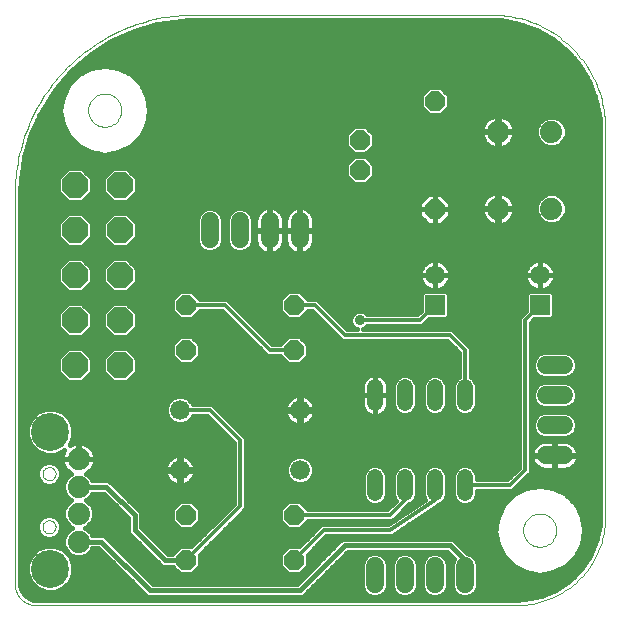
<source format=gbl>
G75*
%MOIN*%
%OFA0B0*%
%FSLAX24Y24*%
%IPPOS*%
%LPD*%
%AMOC8*
5,1,8,0,0,1.08239X$1,22.5*
%
%ADD10C,0.0000*%
%ADD11C,0.0520*%
%ADD12OC8,0.0660*%
%ADD13C,0.0660*%
%ADD14C,0.0650*%
%ADD15R,0.0650X0.0650*%
%ADD16C,0.0740*%
%ADD17C,0.1266*%
%ADD18C,0.0600*%
%ADD19OC8,0.0850*%
%ADD20C,0.0120*%
%ADD21C,0.0160*%
%ADD22C,0.0356*%
D10*
X005967Y000887D02*
X005967Y013875D01*
X008416Y016680D02*
X008418Y016727D01*
X008424Y016773D01*
X008434Y016819D01*
X008447Y016864D01*
X008465Y016907D01*
X008486Y016949D01*
X008510Y016989D01*
X008538Y017026D01*
X008569Y017061D01*
X008603Y017094D01*
X008639Y017123D01*
X008678Y017149D01*
X008719Y017172D01*
X008762Y017191D01*
X008806Y017207D01*
X008851Y017219D01*
X008897Y017227D01*
X008944Y017231D01*
X008990Y017231D01*
X009037Y017227D01*
X009083Y017219D01*
X009128Y017207D01*
X009172Y017191D01*
X009215Y017172D01*
X009256Y017149D01*
X009295Y017123D01*
X009331Y017094D01*
X009365Y017061D01*
X009396Y017026D01*
X009424Y016989D01*
X009448Y016949D01*
X009469Y016907D01*
X009487Y016864D01*
X009500Y016819D01*
X009510Y016773D01*
X009516Y016727D01*
X009518Y016680D01*
X009516Y016633D01*
X009510Y016587D01*
X009500Y016541D01*
X009487Y016496D01*
X009469Y016453D01*
X009448Y016411D01*
X009424Y016371D01*
X009396Y016334D01*
X009365Y016299D01*
X009331Y016266D01*
X009295Y016237D01*
X009256Y016211D01*
X009215Y016188D01*
X009172Y016169D01*
X009128Y016153D01*
X009083Y016141D01*
X009037Y016133D01*
X008990Y016129D01*
X008944Y016129D01*
X008897Y016133D01*
X008851Y016141D01*
X008806Y016153D01*
X008762Y016169D01*
X008719Y016188D01*
X008678Y016211D01*
X008639Y016237D01*
X008603Y016266D01*
X008569Y016299D01*
X008538Y016334D01*
X008510Y016371D01*
X008486Y016411D01*
X008465Y016453D01*
X008447Y016496D01*
X008434Y016541D01*
X008424Y016587D01*
X008418Y016633D01*
X008416Y016680D01*
X005967Y013875D02*
X005969Y014027D01*
X005975Y014178D01*
X005984Y014330D01*
X005998Y014481D01*
X006015Y014632D01*
X006036Y014782D01*
X006061Y014932D01*
X006090Y015081D01*
X006122Y015229D01*
X006158Y015376D01*
X006198Y015523D01*
X006242Y015668D01*
X006289Y015812D01*
X006340Y015955D01*
X006394Y016097D01*
X006452Y016237D01*
X006514Y016376D01*
X006579Y016513D01*
X006648Y016648D01*
X006720Y016782D01*
X006795Y016914D01*
X006874Y017043D01*
X006956Y017171D01*
X007041Y017297D01*
X007129Y017420D01*
X007220Y017542D01*
X007315Y017660D01*
X007412Y017777D01*
X007512Y017891D01*
X007615Y018002D01*
X007721Y018111D01*
X007830Y018217D01*
X007941Y018320D01*
X008055Y018420D01*
X008172Y018517D01*
X008290Y018612D01*
X008412Y018703D01*
X008535Y018791D01*
X008661Y018876D01*
X008789Y018958D01*
X008918Y019037D01*
X009050Y019112D01*
X009184Y019184D01*
X009319Y019253D01*
X009456Y019318D01*
X009595Y019380D01*
X009735Y019438D01*
X009877Y019492D01*
X010020Y019543D01*
X010164Y019590D01*
X010309Y019634D01*
X010456Y019674D01*
X010603Y019710D01*
X010751Y019742D01*
X010900Y019771D01*
X011050Y019796D01*
X011200Y019817D01*
X011351Y019834D01*
X011502Y019848D01*
X011654Y019857D01*
X011805Y019863D01*
X011957Y019865D01*
X021855Y019865D01*
X021977Y019863D01*
X022098Y019857D01*
X022220Y019847D01*
X022341Y019834D01*
X022461Y019816D01*
X022581Y019795D01*
X022700Y019770D01*
X022818Y019741D01*
X022935Y019708D01*
X023051Y019672D01*
X023166Y019631D01*
X023280Y019588D01*
X023392Y019540D01*
X023502Y019489D01*
X023611Y019434D01*
X023718Y019376D01*
X023823Y019315D01*
X023926Y019250D01*
X024027Y019182D01*
X024126Y019111D01*
X024222Y019037D01*
X024316Y018959D01*
X024408Y018879D01*
X024497Y018796D01*
X024583Y018710D01*
X024666Y018621D01*
X024746Y018529D01*
X024824Y018435D01*
X024898Y018339D01*
X024969Y018240D01*
X025037Y018139D01*
X025102Y018036D01*
X025163Y017931D01*
X025221Y017824D01*
X025276Y017715D01*
X025327Y017605D01*
X025375Y017493D01*
X025418Y017379D01*
X025459Y017264D01*
X025495Y017148D01*
X025528Y017031D01*
X025557Y016913D01*
X025582Y016794D01*
X025603Y016674D01*
X025621Y016554D01*
X025634Y016433D01*
X025644Y016311D01*
X025650Y016190D01*
X025652Y016068D01*
X025652Y003142D01*
X022916Y002680D02*
X022918Y002727D01*
X022924Y002773D01*
X022934Y002819D01*
X022947Y002864D01*
X022965Y002907D01*
X022986Y002949D01*
X023010Y002989D01*
X023038Y003026D01*
X023069Y003061D01*
X023103Y003094D01*
X023139Y003123D01*
X023178Y003149D01*
X023219Y003172D01*
X023262Y003191D01*
X023306Y003207D01*
X023351Y003219D01*
X023397Y003227D01*
X023444Y003231D01*
X023490Y003231D01*
X023537Y003227D01*
X023583Y003219D01*
X023628Y003207D01*
X023672Y003191D01*
X023715Y003172D01*
X023756Y003149D01*
X023795Y003123D01*
X023831Y003094D01*
X023865Y003061D01*
X023896Y003026D01*
X023924Y002989D01*
X023948Y002949D01*
X023969Y002907D01*
X023987Y002864D01*
X024000Y002819D01*
X024010Y002773D01*
X024016Y002727D01*
X024018Y002680D01*
X024016Y002633D01*
X024010Y002587D01*
X024000Y002541D01*
X023987Y002496D01*
X023969Y002453D01*
X023948Y002411D01*
X023924Y002371D01*
X023896Y002334D01*
X023865Y002299D01*
X023831Y002266D01*
X023795Y002237D01*
X023756Y002211D01*
X023715Y002188D01*
X023672Y002169D01*
X023628Y002153D01*
X023583Y002141D01*
X023537Y002133D01*
X023490Y002129D01*
X023444Y002129D01*
X023397Y002133D01*
X023351Y002141D01*
X023306Y002153D01*
X023262Y002169D01*
X023219Y002188D01*
X023178Y002211D01*
X023139Y002237D01*
X023103Y002266D01*
X023069Y002299D01*
X023038Y002334D01*
X023010Y002371D01*
X022986Y002411D01*
X022965Y002453D01*
X022947Y002496D01*
X022934Y002541D01*
X022924Y002587D01*
X022918Y002633D01*
X022916Y002680D01*
X022690Y000180D02*
X022798Y000182D01*
X022906Y000188D01*
X023014Y000198D01*
X023121Y000212D01*
X023228Y000229D01*
X023334Y000251D01*
X023439Y000276D01*
X023543Y000306D01*
X023646Y000339D01*
X023748Y000375D01*
X023848Y000416D01*
X023947Y000460D01*
X024044Y000508D01*
X024140Y000559D01*
X024233Y000614D01*
X024324Y000672D01*
X024413Y000733D01*
X024500Y000798D01*
X024585Y000865D01*
X024667Y000936D01*
X024746Y001010D01*
X024822Y001086D01*
X024896Y001165D01*
X024967Y001247D01*
X025034Y001332D01*
X025099Y001419D01*
X025160Y001508D01*
X025218Y001599D01*
X025273Y001692D01*
X025324Y001788D01*
X025372Y001885D01*
X025416Y001984D01*
X025457Y002084D01*
X025493Y002186D01*
X025526Y002289D01*
X025556Y002393D01*
X025581Y002498D01*
X025603Y002604D01*
X025620Y002711D01*
X025634Y002818D01*
X025644Y002926D01*
X025650Y003034D01*
X025652Y003142D01*
X022690Y000180D02*
X006674Y000180D01*
X006624Y000182D01*
X006573Y000187D01*
X006524Y000196D01*
X006475Y000209D01*
X006427Y000225D01*
X006380Y000244D01*
X006335Y000266D01*
X006292Y000292D01*
X006250Y000321D01*
X006211Y000353D01*
X006174Y000387D01*
X006140Y000424D01*
X006108Y000463D01*
X006079Y000505D01*
X006053Y000548D01*
X006031Y000593D01*
X006012Y000640D01*
X005996Y000688D01*
X005983Y000737D01*
X005974Y000786D01*
X005969Y000837D01*
X005967Y000887D01*
X006892Y002794D02*
X006894Y002823D01*
X006900Y002851D01*
X006909Y002879D01*
X006922Y002905D01*
X006939Y002928D01*
X006958Y002950D01*
X006980Y002969D01*
X007005Y002984D01*
X007031Y002997D01*
X007059Y003005D01*
X007087Y003010D01*
X007116Y003011D01*
X007145Y003008D01*
X007173Y003001D01*
X007200Y002991D01*
X007226Y002977D01*
X007249Y002960D01*
X007270Y002940D01*
X007288Y002917D01*
X007303Y002892D01*
X007314Y002865D01*
X007322Y002837D01*
X007326Y002808D01*
X007326Y002780D01*
X007322Y002751D01*
X007314Y002723D01*
X007303Y002696D01*
X007288Y002671D01*
X007270Y002648D01*
X007249Y002628D01*
X007226Y002611D01*
X007200Y002597D01*
X007173Y002587D01*
X007145Y002580D01*
X007116Y002577D01*
X007087Y002578D01*
X007059Y002583D01*
X007031Y002591D01*
X007005Y002604D01*
X006980Y002619D01*
X006958Y002638D01*
X006939Y002660D01*
X006922Y002683D01*
X006909Y002709D01*
X006900Y002737D01*
X006894Y002765D01*
X006892Y002794D01*
X006892Y004566D02*
X006894Y004595D01*
X006900Y004623D01*
X006909Y004651D01*
X006922Y004677D01*
X006939Y004700D01*
X006958Y004722D01*
X006980Y004741D01*
X007005Y004756D01*
X007031Y004769D01*
X007059Y004777D01*
X007087Y004782D01*
X007116Y004783D01*
X007145Y004780D01*
X007173Y004773D01*
X007200Y004763D01*
X007226Y004749D01*
X007249Y004732D01*
X007270Y004712D01*
X007288Y004689D01*
X007303Y004664D01*
X007314Y004637D01*
X007322Y004609D01*
X007326Y004580D01*
X007326Y004552D01*
X007322Y004523D01*
X007314Y004495D01*
X007303Y004468D01*
X007288Y004443D01*
X007270Y004420D01*
X007249Y004400D01*
X007226Y004383D01*
X007200Y004369D01*
X007173Y004359D01*
X007145Y004352D01*
X007116Y004349D01*
X007087Y004350D01*
X007059Y004355D01*
X007031Y004363D01*
X007005Y004376D01*
X006980Y004391D01*
X006958Y004410D01*
X006939Y004432D01*
X006922Y004455D01*
X006909Y004481D01*
X006900Y004509D01*
X006894Y004537D01*
X006892Y004566D01*
D11*
X017967Y004440D02*
X017967Y003920D01*
X018967Y003920D02*
X018967Y004440D01*
X019967Y004440D02*
X019967Y003920D01*
X020967Y003920D02*
X020967Y004440D01*
X020967Y006920D02*
X020967Y007440D01*
X019967Y007440D02*
X019967Y006920D01*
X018967Y006920D02*
X018967Y007440D01*
X017967Y007440D02*
X017967Y006920D01*
D12*
X015267Y008680D03*
X015267Y010180D03*
X011667Y010180D03*
X011667Y008680D03*
X011667Y003180D03*
X011667Y001680D03*
X015267Y001680D03*
X015267Y003180D03*
X019967Y013380D03*
X017467Y014680D03*
X017467Y015680D03*
X019967Y016980D03*
D13*
X015467Y006680D03*
X015467Y004680D03*
X011467Y004680D03*
X011467Y006680D03*
D14*
X019967Y011180D03*
X023467Y011180D03*
D15*
X023467Y010180D03*
X019967Y010180D03*
D16*
X022077Y013400D03*
X023857Y013400D03*
X023857Y015960D03*
X022077Y015960D03*
X008093Y005058D03*
X008093Y004124D03*
X008093Y003236D03*
X008093Y002302D03*
D17*
X007148Y001397D03*
X007148Y005963D03*
D18*
X012467Y012380D02*
X012467Y012980D01*
X013467Y012980D02*
X013467Y012380D01*
X014467Y012380D02*
X014467Y012980D01*
X015467Y012980D02*
X015467Y012380D01*
X023667Y008180D02*
X024267Y008180D01*
X024267Y007180D02*
X023667Y007180D01*
X023667Y006180D02*
X024267Y006180D01*
X024267Y005180D02*
X023667Y005180D01*
X020967Y001480D02*
X020967Y000880D01*
X019967Y000880D02*
X019967Y001480D01*
X018967Y001480D02*
X018967Y000880D01*
X017967Y000880D02*
X017967Y001480D01*
D19*
X009467Y008180D03*
X007967Y008180D03*
X007967Y009680D03*
X009467Y009680D03*
X009467Y011180D03*
X007967Y011180D03*
X007967Y012680D03*
X009467Y012680D03*
X009467Y014180D03*
X007967Y014180D03*
D20*
X011667Y010180D02*
X012967Y010180D01*
X014467Y008680D01*
X015267Y008680D01*
X015967Y010180D02*
X016967Y009180D01*
X020467Y009180D01*
X020967Y008680D01*
X020967Y007180D01*
X022967Y004680D02*
X022967Y009680D01*
X023467Y010180D01*
X019967Y010180D02*
X019467Y009680D01*
X017467Y009680D01*
X015967Y010180D02*
X015267Y010180D01*
X012467Y006680D02*
X011467Y006680D01*
X012467Y006680D02*
X013467Y005680D01*
X013467Y003480D01*
X011667Y001680D01*
X015267Y001680D02*
X016267Y002680D01*
X018467Y002680D01*
X019967Y003680D01*
X019967Y004180D01*
X020967Y004180D02*
X022467Y004180D01*
X022967Y004680D01*
X018967Y004180D02*
X018967Y003680D01*
X018467Y003180D01*
X015267Y003180D01*
D21*
X015626Y002875D02*
X016178Y002875D01*
X016184Y002880D02*
X015454Y002150D01*
X015072Y002150D01*
X014797Y001875D01*
X014797Y001485D01*
X015072Y001210D01*
X015461Y001210D01*
X015737Y001485D01*
X015737Y001867D01*
X016350Y002480D01*
X018447Y002480D01*
X018509Y002468D01*
X018527Y002480D01*
X018550Y002480D01*
X018594Y002525D01*
X020027Y003480D01*
X020050Y003480D01*
X020094Y003525D01*
X020147Y003560D01*
X020147Y003562D01*
X020193Y003581D01*
X020306Y003693D01*
X020367Y003840D01*
X020367Y004520D01*
X020306Y004667D01*
X020193Y004779D01*
X020046Y004840D01*
X019887Y004840D01*
X019740Y004779D01*
X019628Y004667D01*
X019567Y004520D01*
X019567Y003840D01*
X019627Y003694D01*
X018406Y002880D01*
X016184Y002880D01*
X016020Y002716D02*
X015467Y002716D01*
X015461Y002710D02*
X015731Y002980D01*
X018550Y002980D01*
X018667Y003097D01*
X019120Y003551D01*
X019193Y003581D01*
X019306Y003693D01*
X019367Y003840D01*
X019367Y004520D01*
X019306Y004667D01*
X019193Y004779D01*
X019046Y004840D01*
X018887Y004840D01*
X018740Y004779D01*
X018628Y004667D01*
X018567Y004520D01*
X018567Y003840D01*
X018628Y003693D01*
X018663Y003659D01*
X018384Y003380D01*
X015731Y003380D01*
X015461Y003650D01*
X015072Y003650D01*
X014797Y003375D01*
X014797Y002985D01*
X015072Y002710D01*
X015461Y002710D01*
X015066Y002716D02*
X012986Y002716D01*
X013144Y002875D02*
X014908Y002875D01*
X014797Y003033D02*
X013303Y003033D01*
X013461Y003192D02*
X014797Y003192D01*
X014797Y003350D02*
X013620Y003350D01*
X013667Y003397D02*
X013667Y005763D01*
X013550Y005880D01*
X012550Y006880D01*
X011893Y006880D01*
X011865Y006946D01*
X011733Y007078D01*
X011560Y007150D01*
X011373Y007150D01*
X011201Y007078D01*
X011068Y006946D01*
X010997Y006773D01*
X010997Y006587D01*
X011068Y006414D01*
X011201Y006282D01*
X011373Y006210D01*
X011560Y006210D01*
X011733Y006282D01*
X011865Y006414D01*
X011893Y006480D01*
X012384Y006480D01*
X013267Y005597D01*
X013267Y003563D01*
X011854Y002150D01*
X011472Y002150D01*
X011222Y001900D01*
X011058Y001900D01*
X010187Y002771D01*
X010187Y003271D01*
X010058Y003400D01*
X009114Y004344D01*
X008554Y004344D01*
X008525Y004413D01*
X008382Y004556D01*
X008347Y004570D01*
X008381Y004588D01*
X008451Y004638D01*
X008512Y004700D01*
X008563Y004770D01*
X008602Y004847D01*
X008629Y004929D01*
X008643Y005015D01*
X008643Y005048D01*
X008103Y005048D01*
X008103Y005068D01*
X008643Y005068D01*
X008643Y005101D01*
X008629Y005187D01*
X008602Y005269D01*
X008563Y005346D01*
X008512Y005416D01*
X008451Y005477D01*
X008381Y005528D01*
X008304Y005568D01*
X008222Y005594D01*
X008136Y005608D01*
X008103Y005608D01*
X008103Y005068D01*
X008083Y005068D01*
X008083Y005608D01*
X008049Y005608D01*
X007964Y005594D01*
X007882Y005568D01*
X007804Y005528D01*
X007921Y005810D01*
X007921Y006117D01*
X007803Y006401D01*
X007586Y006619D01*
X007302Y006737D01*
X006994Y006737D01*
X006710Y006619D01*
X006492Y006401D01*
X006375Y006117D01*
X006375Y005810D01*
X006492Y005526D01*
X006710Y005308D01*
X006994Y005190D01*
X007302Y005190D01*
X007586Y005308D01*
X007621Y005343D01*
X007583Y005269D01*
X007556Y005187D01*
X007543Y005101D01*
X007543Y005068D01*
X008083Y005068D01*
X008083Y005048D01*
X007543Y005048D01*
X007543Y005015D01*
X007556Y004929D01*
X007583Y004847D01*
X007622Y004770D01*
X007673Y004700D01*
X007734Y004638D01*
X007804Y004588D01*
X007838Y004570D01*
X007804Y004556D01*
X007660Y004413D01*
X007583Y004225D01*
X007583Y004022D01*
X007660Y003835D01*
X007804Y003691D01*
X007831Y003680D01*
X007804Y003669D01*
X007660Y003525D01*
X007583Y003338D01*
X007583Y003135D01*
X007660Y002947D01*
X007804Y002804D01*
X007888Y002769D01*
X007804Y002734D01*
X007660Y002591D01*
X007583Y002403D01*
X007583Y002201D01*
X007660Y002013D01*
X007804Y001870D01*
X007991Y001792D01*
X008194Y001792D01*
X008382Y001870D01*
X008525Y002013D01*
X008554Y002082D01*
X008754Y002082D01*
X008554Y002082D01*
X008435Y001924D02*
X008912Y001924D01*
X008754Y002082D02*
X010376Y000460D01*
X015558Y000460D01*
X017058Y001960D01*
X020376Y001960D01*
X020600Y001736D01*
X020594Y001729D01*
X020527Y001568D01*
X020527Y000792D01*
X020594Y000631D01*
X020718Y000507D01*
X020879Y000440D01*
X021054Y000440D01*
X021216Y000507D01*
X021340Y000631D01*
X021407Y000792D01*
X021407Y001568D01*
X021340Y001729D01*
X021216Y001853D01*
X021054Y001920D01*
X021038Y001920D01*
X020558Y002400D01*
X016876Y002400D01*
X016747Y002271D01*
X015376Y000900D01*
X010558Y000900D01*
X008936Y002522D01*
X008554Y002522D01*
X008525Y002591D01*
X008382Y002734D01*
X008298Y002769D01*
X008382Y002804D01*
X008525Y002947D01*
X008603Y003135D01*
X008603Y003338D01*
X008525Y003525D01*
X008382Y003669D01*
X008354Y003680D01*
X008382Y003691D01*
X008525Y003835D01*
X008554Y003904D01*
X008932Y003904D01*
X009747Y003089D01*
X009747Y002589D01*
X010747Y001589D01*
X010876Y001460D01*
X011222Y001460D01*
X011472Y001210D01*
X011861Y001210D01*
X012137Y001485D01*
X012137Y001867D01*
X013667Y003397D01*
X013667Y003509D02*
X014931Y003509D01*
X015603Y003509D02*
X018512Y003509D01*
X018654Y003667D02*
X018279Y003667D01*
X018306Y003693D02*
X018367Y003840D01*
X018367Y004520D01*
X018306Y004667D01*
X018193Y004779D01*
X018046Y004840D01*
X017887Y004840D01*
X017740Y004779D01*
X017628Y004667D01*
X017567Y004520D01*
X017567Y003840D01*
X017628Y003693D01*
X017740Y003581D01*
X017887Y003520D01*
X018046Y003520D01*
X018193Y003581D01*
X018306Y003693D01*
X018361Y003826D02*
X018573Y003826D01*
X018567Y003984D02*
X018367Y003984D01*
X018367Y004143D02*
X018567Y004143D01*
X018567Y004301D02*
X018367Y004301D01*
X018367Y004460D02*
X018567Y004460D01*
X018608Y004618D02*
X018326Y004618D01*
X018196Y004777D02*
X018738Y004777D01*
X019196Y004777D02*
X019738Y004777D01*
X019608Y004618D02*
X019326Y004618D01*
X019367Y004460D02*
X019567Y004460D01*
X019567Y004301D02*
X019367Y004301D01*
X019367Y004143D02*
X019567Y004143D01*
X019567Y003984D02*
X019367Y003984D01*
X019361Y003826D02*
X019573Y003826D01*
X019587Y003667D02*
X019279Y003667D01*
X019349Y003509D02*
X019078Y003509D01*
X019111Y003350D02*
X018920Y003350D01*
X018873Y003192D02*
X018761Y003192D01*
X018636Y003033D02*
X018603Y003033D01*
X018881Y002716D02*
X021992Y002716D01*
X021987Y002680D02*
X021987Y002680D01*
X022059Y002223D01*
X022269Y001810D01*
X022597Y001483D01*
X023009Y001272D01*
X023467Y001200D01*
X023924Y001272D01*
X024337Y001483D01*
X024664Y001810D01*
X024874Y002223D01*
X024947Y002680D01*
X024874Y003137D01*
X024874Y003137D01*
X024664Y003550D01*
X024337Y003877D01*
X024337Y003877D01*
X023924Y004088D01*
X023467Y004160D01*
X023467Y004160D01*
X023009Y004088D01*
X022597Y003877D01*
X022269Y003550D01*
X022269Y003550D01*
X022059Y003137D01*
X021987Y002680D01*
X022006Y002558D02*
X018644Y002558D01*
X019119Y002875D02*
X022018Y002875D01*
X022043Y003033D02*
X019357Y003033D01*
X019595Y003192D02*
X022087Y003192D01*
X022059Y003137D02*
X022059Y003137D01*
X022168Y003350D02*
X019832Y003350D01*
X020078Y003509D02*
X022248Y003509D01*
X022387Y003667D02*
X021279Y003667D01*
X021306Y003693D02*
X021367Y003840D01*
X021367Y003980D01*
X022550Y003980D01*
X023050Y004480D01*
X023167Y004597D01*
X023167Y009597D01*
X023285Y009715D01*
X023850Y009715D01*
X023932Y009797D01*
X023932Y010563D01*
X023850Y010645D01*
X023084Y010645D01*
X023002Y010563D01*
X023002Y009998D01*
X022767Y009763D01*
X022767Y004763D01*
X022384Y004380D01*
X021367Y004380D01*
X021367Y004520D01*
X021306Y004667D01*
X021193Y004779D01*
X021046Y004840D01*
X020887Y004840D01*
X020740Y004779D01*
X020628Y004667D01*
X020567Y004520D01*
X020567Y003840D01*
X020628Y003693D01*
X020740Y003581D01*
X020887Y003520D01*
X021046Y003520D01*
X021193Y003581D01*
X021306Y003693D01*
X021361Y003826D02*
X022545Y003826D01*
X022597Y003877D02*
X022597Y003877D01*
X022554Y003984D02*
X022806Y003984D01*
X022712Y004143D02*
X023356Y004143D01*
X023577Y004143D02*
X025472Y004143D01*
X025472Y004301D02*
X022871Y004301D01*
X023029Y004460D02*
X025472Y004460D01*
X025472Y004618D02*
X023167Y004618D01*
X023167Y004777D02*
X023406Y004777D01*
X023415Y004769D02*
X023483Y004735D01*
X023554Y004712D01*
X023629Y004700D01*
X023947Y004700D01*
X023947Y005160D01*
X023987Y005160D01*
X023987Y005200D01*
X024747Y005200D01*
X024747Y005218D01*
X024735Y005292D01*
X024712Y005364D01*
X024677Y005432D01*
X024633Y005493D01*
X024579Y005546D01*
X024518Y005591D01*
X024451Y005625D01*
X024379Y005648D01*
X024305Y005660D01*
X023987Y005660D01*
X023987Y005200D01*
X023947Y005200D01*
X023947Y005660D01*
X023629Y005660D01*
X023554Y005648D01*
X023483Y005625D01*
X023415Y005591D01*
X023354Y005546D01*
X023301Y005493D01*
X023256Y005432D01*
X023222Y005364D01*
X023199Y005292D01*
X023187Y005218D01*
X023187Y005200D01*
X023947Y005200D01*
X023947Y005160D01*
X023187Y005160D01*
X023187Y005142D01*
X023199Y005068D01*
X023222Y004996D01*
X023256Y004928D01*
X023301Y004867D01*
X023354Y004814D01*
X023415Y004769D01*
X023253Y004935D02*
X023167Y004935D01*
X023167Y005094D02*
X023194Y005094D01*
X023192Y005252D02*
X023167Y005252D01*
X023167Y005411D02*
X023246Y005411D01*
X023167Y005569D02*
X023386Y005569D01*
X023418Y005807D02*
X023579Y005740D01*
X024354Y005740D01*
X024516Y005807D01*
X024640Y005931D01*
X024707Y006092D01*
X024707Y006268D01*
X024640Y006429D01*
X024516Y006553D01*
X024354Y006620D01*
X023579Y006620D01*
X023418Y006553D01*
X023294Y006429D01*
X023227Y006268D01*
X023227Y006092D01*
X023294Y005931D01*
X023418Y005807D01*
X023339Y005886D02*
X023167Y005886D01*
X023167Y005728D02*
X025472Y005728D01*
X025472Y005886D02*
X024595Y005886D01*
X024687Y006045D02*
X025472Y006045D01*
X025472Y006203D02*
X024707Y006203D01*
X024668Y006362D02*
X025472Y006362D01*
X025472Y006520D02*
X024549Y006520D01*
X024516Y006807D02*
X024640Y006931D01*
X024707Y007092D01*
X024707Y007268D01*
X024640Y007429D01*
X024516Y007553D01*
X024354Y007620D01*
X023579Y007620D01*
X023418Y007553D01*
X023294Y007429D01*
X023227Y007268D01*
X023227Y007092D01*
X023294Y006931D01*
X023418Y006807D01*
X023579Y006740D01*
X024354Y006740D01*
X024516Y006807D01*
X024546Y006837D02*
X025472Y006837D01*
X025472Y006679D02*
X023167Y006679D01*
X023167Y006837D02*
X023388Y006837D01*
X023267Y006996D02*
X023167Y006996D01*
X023167Y007154D02*
X023227Y007154D01*
X023245Y007313D02*
X023167Y007313D01*
X023167Y007471D02*
X023336Y007471D01*
X023167Y007630D02*
X025472Y007630D01*
X025472Y007788D02*
X024470Y007788D01*
X024516Y007807D02*
X024640Y007931D01*
X024707Y008092D01*
X024707Y008268D01*
X024640Y008429D01*
X024516Y008553D01*
X024354Y008620D01*
X023579Y008620D01*
X023418Y008553D01*
X023294Y008429D01*
X023227Y008268D01*
X023227Y008092D01*
X023294Y007931D01*
X023418Y007807D01*
X023579Y007740D01*
X024354Y007740D01*
X024516Y007807D01*
X024646Y007947D02*
X025472Y007947D01*
X025472Y008105D02*
X024707Y008105D01*
X024707Y008264D02*
X025472Y008264D01*
X025472Y008422D02*
X024643Y008422D01*
X024450Y008581D02*
X025472Y008581D01*
X025472Y008739D02*
X023167Y008739D01*
X023167Y008581D02*
X023484Y008581D01*
X023291Y008422D02*
X023167Y008422D01*
X023167Y008264D02*
X023227Y008264D01*
X023227Y008105D02*
X023167Y008105D01*
X023167Y007947D02*
X023287Y007947D01*
X023167Y007788D02*
X023463Y007788D01*
X022767Y007788D02*
X021172Y007788D01*
X021167Y007790D02*
X021167Y008763D01*
X020667Y009263D01*
X020550Y009380D01*
X017574Y009380D01*
X017647Y009410D01*
X017717Y009480D01*
X019550Y009480D01*
X019785Y009715D01*
X020350Y009715D01*
X020432Y009797D01*
X020432Y010563D01*
X020350Y010645D01*
X019584Y010645D01*
X019502Y010563D01*
X019502Y009998D01*
X019384Y009880D01*
X017717Y009880D01*
X017647Y009950D01*
X017530Y009998D01*
X017403Y009998D01*
X017287Y009950D01*
X017197Y009860D01*
X017149Y009743D01*
X017149Y009617D01*
X017197Y009500D01*
X017287Y009410D01*
X017360Y009380D01*
X017050Y009380D01*
X016167Y010263D01*
X016050Y010380D01*
X015731Y010380D01*
X015461Y010650D01*
X015072Y010650D01*
X014797Y010375D01*
X014797Y009985D01*
X015072Y009710D01*
X015461Y009710D01*
X015731Y009980D01*
X015884Y009980D01*
X016884Y008980D01*
X020384Y008980D01*
X020767Y008597D01*
X020767Y007790D01*
X020740Y007779D01*
X020628Y007667D01*
X020567Y007520D01*
X020567Y006840D01*
X020628Y006693D01*
X020740Y006581D01*
X020887Y006520D01*
X020046Y006520D01*
X020193Y006581D01*
X020306Y006693D01*
X020367Y006840D01*
X020367Y007520D01*
X020306Y007667D01*
X020193Y007779D01*
X020046Y007840D01*
X019887Y007840D01*
X019740Y007779D01*
X019628Y007667D01*
X019567Y007520D01*
X019567Y006840D01*
X019628Y006693D01*
X019740Y006581D01*
X019887Y006520D01*
X019046Y006520D01*
X019193Y006581D01*
X019306Y006693D01*
X019367Y006840D01*
X019367Y007520D01*
X019306Y007667D01*
X019193Y007779D01*
X019046Y007840D01*
X018887Y007840D01*
X018740Y007779D01*
X018628Y007667D01*
X018567Y007520D01*
X018567Y006840D01*
X018628Y006693D01*
X018740Y006581D01*
X018887Y006520D01*
X018151Y006520D01*
X018136Y006512D02*
X018197Y006544D01*
X018253Y006584D01*
X018302Y006633D01*
X018343Y006689D01*
X018375Y006751D01*
X018396Y006817D01*
X018407Y006885D01*
X018407Y007180D01*
X018407Y007475D01*
X018396Y007543D01*
X018375Y007609D01*
X018343Y007671D01*
X018302Y007727D01*
X018253Y007776D01*
X018197Y007816D01*
X018136Y007848D01*
X018070Y007869D01*
X018001Y007880D01*
X017967Y007880D01*
X017967Y007180D01*
X018407Y007180D01*
X017967Y007180D01*
X017967Y007180D01*
X017967Y007180D01*
X017967Y006480D01*
X018001Y006480D01*
X018070Y006491D01*
X018136Y006512D01*
X017967Y006520D02*
X017967Y006520D01*
X017967Y006480D02*
X017967Y007180D01*
X017967Y007180D01*
X017967Y007880D01*
X017932Y007880D01*
X017864Y007869D01*
X017798Y007848D01*
X017736Y007816D01*
X017680Y007776D01*
X017631Y007727D01*
X017590Y007671D01*
X017559Y007609D01*
X017538Y007543D01*
X017527Y007475D01*
X017527Y007180D01*
X017527Y006885D01*
X017538Y006817D01*
X017559Y006751D01*
X017590Y006689D01*
X017631Y006633D01*
X017680Y006584D01*
X017736Y006544D01*
X017798Y006512D01*
X017864Y006491D01*
X017932Y006480D01*
X017967Y006480D01*
X017783Y006520D02*
X015951Y006520D01*
X015939Y006484D02*
X015964Y006561D01*
X015977Y006640D01*
X015977Y006650D01*
X015497Y006650D01*
X015497Y006710D01*
X015977Y006710D01*
X015977Y006720D01*
X015964Y006799D01*
X015939Y006876D01*
X015903Y006947D01*
X015856Y007012D01*
X015799Y007069D01*
X015734Y007116D01*
X015663Y007153D01*
X015586Y007177D01*
X015507Y007190D01*
X015497Y007190D01*
X015497Y006710D01*
X015437Y006710D01*
X015437Y007190D01*
X015427Y007190D01*
X015347Y007177D01*
X015271Y007153D01*
X015199Y007116D01*
X015135Y007069D01*
X015078Y007012D01*
X015031Y006947D01*
X014994Y006876D01*
X014969Y006799D01*
X014957Y006720D01*
X014957Y006710D01*
X015437Y006710D01*
X015437Y006650D01*
X015497Y006650D01*
X015497Y006170D01*
X015507Y006170D01*
X015586Y006183D01*
X015663Y006207D01*
X015734Y006244D01*
X015799Y006291D01*
X015856Y006348D01*
X015903Y006413D01*
X015939Y006484D01*
X015866Y006362D02*
X022767Y006362D01*
X022767Y006520D02*
X021046Y006520D01*
X021193Y006581D01*
X021306Y006693D01*
X021367Y006840D01*
X021367Y007520D01*
X021306Y007667D01*
X021193Y007779D01*
X021167Y007790D01*
X021167Y007947D02*
X022767Y007947D01*
X022767Y008105D02*
X021167Y008105D01*
X021167Y008264D02*
X022767Y008264D01*
X022767Y008422D02*
X021167Y008422D01*
X021167Y008581D02*
X022767Y008581D01*
X022767Y008739D02*
X021167Y008739D01*
X021032Y008898D02*
X022767Y008898D01*
X022767Y009056D02*
X020874Y009056D01*
X020715Y009215D02*
X022767Y009215D01*
X022767Y009373D02*
X020557Y009373D01*
X020466Y008898D02*
X015714Y008898D01*
X015737Y008875D02*
X015461Y009150D01*
X015072Y009150D01*
X014802Y008880D01*
X014550Y008880D01*
X013050Y010380D01*
X012131Y010380D01*
X011861Y010650D01*
X011472Y010650D01*
X011197Y010375D01*
X011197Y009985D01*
X011472Y009710D01*
X011861Y009710D01*
X012131Y009980D01*
X012884Y009980D01*
X014267Y008597D01*
X014384Y008480D01*
X014802Y008480D01*
X015072Y008210D01*
X015461Y008210D01*
X015737Y008485D01*
X015737Y008875D01*
X015737Y008739D02*
X020625Y008739D01*
X020767Y008581D02*
X015737Y008581D01*
X015673Y008422D02*
X020767Y008422D01*
X020767Y008264D02*
X015515Y008264D01*
X015019Y008264D02*
X011915Y008264D01*
X011861Y008210D02*
X012137Y008485D01*
X012137Y008875D01*
X011861Y009150D01*
X011472Y009150D01*
X011197Y008875D01*
X011197Y008485D01*
X011472Y008210D01*
X011861Y008210D01*
X011419Y008264D02*
X010032Y008264D01*
X010032Y008414D02*
X009701Y008745D01*
X009233Y008745D01*
X008902Y008414D01*
X008902Y007946D01*
X009233Y007615D01*
X009701Y007615D01*
X010032Y007946D01*
X010032Y008414D01*
X010024Y008422D02*
X011260Y008422D01*
X011197Y008581D02*
X009865Y008581D01*
X009707Y008739D02*
X011197Y008739D01*
X011220Y008898D02*
X006147Y008898D01*
X006147Y009056D02*
X011378Y009056D01*
X011955Y009056D02*
X013808Y009056D01*
X013966Y008898D02*
X012114Y008898D01*
X012137Y008739D02*
X014125Y008739D01*
X014283Y008581D02*
X012137Y008581D01*
X012073Y008422D02*
X014860Y008422D01*
X014820Y008898D02*
X014532Y008898D01*
X014374Y009056D02*
X014978Y009056D01*
X014215Y009215D02*
X016649Y009215D01*
X016491Y009373D02*
X014057Y009373D01*
X013898Y009532D02*
X016332Y009532D01*
X016174Y009690D02*
X013740Y009690D01*
X013581Y009849D02*
X014934Y009849D01*
X014797Y010007D02*
X013423Y010007D01*
X013264Y010166D02*
X014797Y010166D01*
X014797Y010324D02*
X013106Y010324D01*
X013015Y009849D02*
X012000Y009849D01*
X012029Y010483D02*
X014905Y010483D01*
X015063Y010641D02*
X011870Y010641D01*
X011463Y010641D02*
X009727Y010641D01*
X009701Y010615D02*
X010032Y010946D01*
X010032Y011414D01*
X009701Y011745D01*
X009233Y011745D01*
X008902Y011414D01*
X008902Y010946D01*
X009233Y010615D01*
X009701Y010615D01*
X009885Y010800D02*
X019633Y010800D01*
X019638Y010795D02*
X019702Y010748D01*
X019773Y010712D01*
X019849Y010687D01*
X019927Y010675D01*
X019967Y010675D01*
X020007Y010675D01*
X020085Y010687D01*
X020161Y010712D01*
X020231Y010748D01*
X020296Y010795D01*
X020352Y010851D01*
X020399Y010915D01*
X020435Y010986D01*
X020459Y011062D01*
X020472Y011140D01*
X020472Y011180D01*
X020472Y011220D01*
X020459Y011298D01*
X020435Y011374D01*
X020399Y011445D01*
X020352Y011509D01*
X020296Y011565D01*
X020231Y011612D01*
X020161Y011648D01*
X020085Y011673D01*
X020007Y011685D01*
X019967Y011685D01*
X019967Y011180D01*
X020472Y011180D01*
X019967Y011180D01*
X019967Y011180D01*
X019967Y011180D01*
X019967Y010675D01*
X019967Y011180D01*
X019967Y011180D01*
X019967Y011685D01*
X019927Y011685D01*
X019849Y011673D01*
X019773Y011648D01*
X019702Y011612D01*
X019638Y011565D01*
X019582Y011509D01*
X019535Y011445D01*
X019499Y011374D01*
X019474Y011298D01*
X019462Y011220D01*
X019462Y011180D01*
X019462Y011140D01*
X019474Y011062D01*
X019499Y010986D01*
X019535Y010915D01*
X019582Y010851D01*
X019638Y010795D01*
X019580Y010641D02*
X015470Y010641D01*
X015629Y010483D02*
X019502Y010483D01*
X019502Y010324D02*
X016106Y010324D01*
X016264Y010166D02*
X019502Y010166D01*
X019502Y010007D02*
X016423Y010007D01*
X016581Y009849D02*
X017192Y009849D01*
X017149Y009690D02*
X016740Y009690D01*
X016898Y009532D02*
X017184Y009532D01*
X016808Y009056D02*
X015555Y009056D01*
X015600Y009849D02*
X016015Y009849D01*
X013649Y009215D02*
X009800Y009215D01*
X009701Y009115D02*
X010032Y009446D01*
X010032Y009914D01*
X009701Y010245D01*
X009233Y010245D01*
X008902Y009914D01*
X008902Y009446D01*
X009233Y009115D01*
X009701Y009115D01*
X009959Y009373D02*
X013491Y009373D01*
X013332Y009532D02*
X010032Y009532D01*
X010032Y009690D02*
X013174Y009690D01*
X011334Y009849D02*
X010032Y009849D01*
X009939Y010007D02*
X011197Y010007D01*
X011197Y010166D02*
X009780Y010166D01*
X009153Y010166D02*
X008280Y010166D01*
X008201Y010245D02*
X007733Y010245D01*
X007402Y009914D01*
X007402Y009446D01*
X007733Y009115D01*
X008201Y009115D01*
X008532Y009446D01*
X008532Y009914D01*
X008201Y010245D01*
X008201Y010615D02*
X008532Y010946D01*
X008532Y011414D01*
X008201Y011745D01*
X007733Y011745D01*
X007402Y011414D01*
X007402Y010946D01*
X007733Y010615D01*
X008201Y010615D01*
X008227Y010641D02*
X009207Y010641D01*
X009048Y010800D02*
X008385Y010800D01*
X008532Y010958D02*
X008902Y010958D01*
X008902Y011117D02*
X008532Y011117D01*
X008532Y011275D02*
X008902Y011275D01*
X008921Y011434D02*
X008512Y011434D01*
X008354Y011592D02*
X009080Y011592D01*
X009233Y012115D02*
X009701Y012115D01*
X010032Y012446D01*
X010032Y012914D01*
X009701Y013245D01*
X009233Y013245D01*
X008902Y012914D01*
X008902Y012446D01*
X009233Y012115D01*
X009122Y012226D02*
X008312Y012226D01*
X008201Y012115D02*
X008532Y012446D01*
X008532Y012914D01*
X008201Y013245D01*
X007733Y013245D01*
X007402Y012914D01*
X007402Y012446D01*
X007733Y012115D01*
X008201Y012115D01*
X008470Y012385D02*
X008963Y012385D01*
X008902Y012543D02*
X008532Y012543D01*
X008532Y012702D02*
X008902Y012702D01*
X008902Y012860D02*
X008532Y012860D01*
X008427Y013019D02*
X009006Y013019D01*
X009165Y013177D02*
X008269Y013177D01*
X008201Y013615D02*
X008532Y013946D01*
X008532Y014414D01*
X008201Y014745D01*
X007733Y014745D01*
X007402Y014414D01*
X007402Y013946D01*
X007733Y013615D01*
X008201Y013615D01*
X008238Y013653D02*
X009195Y013653D01*
X009233Y013615D02*
X008902Y013946D01*
X008902Y014414D01*
X009233Y014745D01*
X009701Y014745D01*
X010032Y014414D01*
X010032Y013946D01*
X009701Y013615D01*
X009233Y013615D01*
X009037Y013811D02*
X008397Y013811D01*
X008532Y013970D02*
X008902Y013970D01*
X008902Y014128D02*
X008532Y014128D01*
X008532Y014287D02*
X008902Y014287D01*
X008933Y014445D02*
X008501Y014445D01*
X008342Y014604D02*
X009091Y014604D01*
X008967Y015200D02*
X009424Y015272D01*
X009837Y015483D01*
X010164Y015810D01*
X010374Y016223D01*
X010374Y016223D01*
X010447Y016680D01*
X010374Y017137D01*
X010374Y017137D01*
X010164Y017550D01*
X009837Y017877D01*
X009837Y017877D01*
X009424Y018088D01*
X008967Y018160D01*
X008967Y018160D01*
X008509Y018088D01*
X008097Y017877D01*
X007769Y017550D01*
X007769Y017550D01*
X007559Y017137D01*
X007487Y016680D01*
X007559Y016223D01*
X007769Y015810D01*
X008097Y015483D01*
X008509Y015272D01*
X008967Y015200D01*
X008967Y015200D01*
X009204Y015238D02*
X017245Y015238D01*
X017272Y015210D02*
X016997Y015485D01*
X016997Y015875D01*
X017272Y016150D01*
X017661Y016150D01*
X017937Y015875D01*
X017937Y015485D01*
X017661Y015210D01*
X017272Y015210D01*
X017272Y015150D02*
X016997Y014875D01*
X016997Y014485D01*
X017272Y014210D01*
X017661Y014210D01*
X017937Y014485D01*
X017937Y014875D01*
X017661Y015150D01*
X017272Y015150D01*
X017201Y015079D02*
X006275Y015079D01*
X006280Y015110D02*
X006513Y015905D01*
X006858Y016659D01*
X007306Y017357D01*
X007849Y017983D01*
X008475Y018526D01*
X009173Y018974D01*
X009927Y019319D01*
X010722Y019552D01*
X011543Y019670D01*
X011957Y019685D01*
X021855Y019685D01*
X022170Y019671D01*
X022791Y019562D01*
X023383Y019346D01*
X023929Y019031D01*
X024412Y018626D01*
X024818Y018143D01*
X025133Y017597D01*
X025349Y017004D01*
X025458Y016383D01*
X025472Y016068D01*
X025472Y003142D01*
X025458Y002869D01*
X025352Y002335D01*
X025143Y001831D01*
X024840Y001377D01*
X024455Y000992D01*
X024001Y000689D01*
X023497Y000480D01*
X022962Y000373D01*
X022690Y000360D01*
X006674Y000360D01*
X006591Y000366D01*
X006435Y000417D01*
X006301Y000514D01*
X006204Y000648D01*
X006153Y000805D01*
X006147Y000887D01*
X006147Y013875D01*
X006162Y014289D01*
X006280Y015110D01*
X006317Y015238D02*
X008730Y015238D01*
X008509Y015272D02*
X008509Y015272D01*
X008267Y015396D02*
X006364Y015396D01*
X006410Y015555D02*
X008025Y015555D01*
X008097Y015483D02*
X008097Y015483D01*
X007866Y015713D02*
X006457Y015713D01*
X006503Y015872D02*
X007738Y015872D01*
X007769Y015810D02*
X007769Y015810D01*
X007657Y016030D02*
X006570Y016030D01*
X006643Y016189D02*
X007577Y016189D01*
X007559Y016223D02*
X007559Y016223D01*
X007540Y016347D02*
X006715Y016347D01*
X006787Y016506D02*
X007514Y016506D01*
X007489Y016664D02*
X006861Y016664D01*
X006962Y016823D02*
X007509Y016823D01*
X007487Y016680D02*
X007487Y016680D01*
X007534Y016981D02*
X007064Y016981D01*
X007166Y017140D02*
X007560Y017140D01*
X007559Y017137D02*
X007559Y017137D01*
X007641Y017298D02*
X007268Y017298D01*
X007392Y017457D02*
X007722Y017457D01*
X007835Y017615D02*
X007530Y017615D01*
X007667Y017774D02*
X007993Y017774D01*
X008097Y017877D02*
X008097Y017877D01*
X008204Y017932D02*
X007804Y017932D01*
X007972Y018091D02*
X008528Y018091D01*
X008509Y018088D02*
X008509Y018088D01*
X008338Y018408D02*
X024595Y018408D01*
X024462Y018566D02*
X008537Y018566D01*
X008784Y018725D02*
X024294Y018725D01*
X024106Y018883D02*
X009030Y018883D01*
X009320Y019042D02*
X023911Y019042D01*
X023636Y019200D02*
X009667Y019200D01*
X010062Y019359D02*
X023349Y019359D01*
X022914Y019517D02*
X010602Y019517D01*
X011691Y019676D02*
X022072Y019676D01*
X024728Y018249D02*
X008155Y018249D01*
X009405Y018091D02*
X024848Y018091D01*
X024939Y017932D02*
X009729Y017932D01*
X009941Y017774D02*
X025031Y017774D01*
X025122Y017615D02*
X010099Y017615D01*
X010164Y017550D02*
X010164Y017550D01*
X010212Y017457D02*
X025184Y017457D01*
X025242Y017298D02*
X020313Y017298D01*
X020437Y017175D02*
X020161Y017450D01*
X019772Y017450D01*
X019497Y017175D01*
X019497Y016785D01*
X019772Y016510D01*
X020161Y016510D01*
X020437Y016785D01*
X020437Y017175D01*
X020437Y017140D02*
X025299Y017140D01*
X025353Y016981D02*
X020437Y016981D01*
X020437Y016823D02*
X025381Y016823D01*
X025409Y016664D02*
X020315Y016664D01*
X019618Y016664D02*
X010444Y016664D01*
X010424Y016823D02*
X019497Y016823D01*
X019497Y016981D02*
X010399Y016981D01*
X010373Y017140D02*
X019497Y017140D01*
X019620Y017298D02*
X010292Y017298D01*
X010419Y016506D02*
X022005Y016506D01*
X022033Y016510D02*
X021948Y016496D01*
X021866Y016470D01*
X021789Y016430D01*
X021718Y016380D01*
X021657Y016318D01*
X021606Y016248D01*
X021567Y016171D01*
X021540Y016089D01*
X021527Y016003D01*
X021527Y015980D01*
X022057Y015980D01*
X022057Y016510D01*
X022033Y016510D01*
X022057Y016506D02*
X022097Y016506D01*
X022097Y016510D02*
X022097Y015980D01*
X022627Y015980D01*
X022627Y016003D01*
X022613Y016089D01*
X022586Y016171D01*
X022547Y016248D01*
X022496Y016318D01*
X022435Y016380D01*
X022365Y016430D01*
X022288Y016470D01*
X022206Y016496D01*
X022120Y016510D01*
X022097Y016510D01*
X022148Y016506D02*
X025436Y016506D01*
X025460Y016347D02*
X024191Y016347D01*
X024146Y016392D02*
X023958Y016470D01*
X023755Y016470D01*
X023568Y016392D01*
X023424Y016249D01*
X023347Y016061D01*
X023347Y015859D01*
X023424Y015671D01*
X023568Y015528D01*
X023755Y015450D01*
X023958Y015450D01*
X024146Y015528D01*
X024289Y015671D01*
X024367Y015859D01*
X024367Y016061D01*
X024289Y016249D01*
X024146Y016392D01*
X024314Y016189D02*
X025467Y016189D01*
X025472Y016030D02*
X024367Y016030D01*
X024367Y015872D02*
X025472Y015872D01*
X025472Y015713D02*
X024306Y015713D01*
X024173Y015555D02*
X025472Y015555D01*
X025472Y015396D02*
X017847Y015396D01*
X017937Y015555D02*
X021704Y015555D01*
X021718Y015540D02*
X021789Y015490D01*
X021866Y015450D01*
X021948Y015424D01*
X022033Y015410D01*
X022057Y015410D01*
X022057Y015940D01*
X022097Y015940D01*
X022097Y015980D01*
X022057Y015980D01*
X022057Y015940D01*
X021527Y015940D01*
X021527Y015917D01*
X021540Y015831D01*
X021567Y015749D01*
X021606Y015672D01*
X021657Y015602D01*
X021718Y015540D01*
X021585Y015713D02*
X017937Y015713D01*
X017937Y015872D02*
X021534Y015872D01*
X021531Y016030D02*
X017781Y016030D01*
X017152Y016030D02*
X010276Y016030D01*
X010195Y015872D02*
X016997Y015872D01*
X016997Y015713D02*
X010067Y015713D01*
X009909Y015555D02*
X016997Y015555D01*
X017086Y015396D02*
X009667Y015396D01*
X009837Y015483D02*
X009837Y015483D01*
X010357Y016189D02*
X021576Y016189D01*
X021686Y016347D02*
X010394Y016347D01*
X009842Y014604D02*
X016997Y014604D01*
X016997Y014762D02*
X006230Y014762D01*
X006252Y014921D02*
X017043Y014921D01*
X017037Y014445D02*
X010001Y014445D01*
X010032Y014287D02*
X017196Y014287D01*
X017738Y014287D02*
X025472Y014287D01*
X025472Y014445D02*
X017896Y014445D01*
X017937Y014604D02*
X025472Y014604D01*
X025472Y014762D02*
X017937Y014762D01*
X017891Y014921D02*
X025472Y014921D01*
X025472Y015079D02*
X017732Y015079D01*
X017689Y015238D02*
X025472Y015238D01*
X025472Y014128D02*
X010032Y014128D01*
X010032Y013970D02*
X025472Y013970D01*
X025472Y013811D02*
X024167Y013811D01*
X024146Y013832D02*
X023958Y013910D01*
X023755Y013910D01*
X023568Y013832D01*
X023424Y013689D01*
X023347Y013501D01*
X023347Y013299D01*
X023424Y013111D01*
X023568Y012968D01*
X023755Y012890D01*
X023958Y012890D01*
X024146Y012968D01*
X024289Y013111D01*
X024367Y013299D01*
X024367Y013501D01*
X024289Y013689D01*
X024146Y013832D01*
X024304Y013653D02*
X025472Y013653D01*
X025472Y013494D02*
X024367Y013494D01*
X024367Y013336D02*
X025472Y013336D01*
X025472Y013177D02*
X024316Y013177D01*
X024197Y013019D02*
X025472Y013019D01*
X025472Y012860D02*
X022183Y012860D01*
X022206Y012864D02*
X022288Y012890D01*
X022365Y012930D01*
X022435Y012980D01*
X022496Y013042D01*
X022547Y013112D01*
X022586Y013189D01*
X022613Y013271D01*
X022627Y013357D01*
X022627Y013380D01*
X022097Y013380D01*
X022097Y013420D01*
X022627Y013420D01*
X022627Y013443D01*
X022613Y013529D01*
X022586Y013611D01*
X022547Y013688D01*
X022496Y013758D01*
X022435Y013820D01*
X022365Y013870D01*
X022288Y013910D01*
X022206Y013936D01*
X022120Y013950D01*
X022097Y013950D01*
X022097Y013420D01*
X022057Y013420D01*
X022057Y013950D01*
X022033Y013950D01*
X021948Y013936D01*
X021866Y013910D01*
X021789Y013870D01*
X021718Y013820D01*
X021657Y013758D01*
X021606Y013688D01*
X021567Y013611D01*
X021540Y013529D01*
X021527Y013443D01*
X021527Y013420D01*
X022057Y013420D01*
X022057Y013380D01*
X022097Y013380D01*
X022097Y012850D01*
X022120Y012850D01*
X022206Y012864D01*
X022097Y012860D02*
X022057Y012860D01*
X022057Y012850D02*
X022057Y013380D01*
X021527Y013380D01*
X021527Y013357D01*
X021540Y013271D01*
X021567Y013189D01*
X021606Y013112D01*
X021657Y013042D01*
X021718Y012980D01*
X021789Y012930D01*
X021866Y012890D01*
X021948Y012864D01*
X022033Y012850D01*
X022057Y012850D01*
X021970Y012860D02*
X015947Y012860D01*
X015947Y013018D02*
X015935Y013092D01*
X015912Y013164D01*
X015877Y013232D01*
X015833Y013293D01*
X015779Y013346D01*
X015718Y013391D01*
X015651Y013425D01*
X015579Y013448D01*
X015505Y013460D01*
X015487Y013460D01*
X015487Y012700D01*
X015947Y012700D01*
X015947Y013018D01*
X015947Y013019D02*
X019607Y013019D01*
X019756Y012870D02*
X019457Y013169D01*
X019457Y013380D01*
X019967Y013380D01*
X020477Y013380D01*
X019967Y013380D01*
X019967Y013380D01*
X019967Y013380D01*
X019967Y013890D01*
X020178Y013890D01*
X020477Y013591D01*
X020477Y013380D01*
X020477Y013169D01*
X020178Y012870D01*
X019967Y012870D01*
X019967Y013380D01*
X019967Y013380D01*
X019967Y013890D01*
X019756Y013890D01*
X019457Y013591D01*
X019457Y013380D01*
X019967Y013380D01*
X019967Y012870D01*
X019756Y012870D01*
X019967Y013019D02*
X019967Y013019D01*
X019967Y013177D02*
X019967Y013177D01*
X019967Y013336D02*
X019967Y013336D01*
X019967Y013380D02*
X019967Y013380D01*
X019967Y013494D02*
X019967Y013494D01*
X019967Y013653D02*
X019967Y013653D01*
X019967Y013811D02*
X019967Y013811D01*
X020257Y013811D02*
X021710Y013811D01*
X021588Y013653D02*
X020415Y013653D01*
X020477Y013494D02*
X021535Y013494D01*
X021530Y013336D02*
X020477Y013336D01*
X020477Y013177D02*
X021573Y013177D01*
X021680Y013019D02*
X020327Y013019D01*
X019457Y013177D02*
X015905Y013177D01*
X015790Y013336D02*
X019457Y013336D01*
X019457Y013494D02*
X006147Y013494D01*
X006147Y013336D02*
X012200Y013336D01*
X012218Y013353D02*
X012094Y013229D01*
X012027Y013068D01*
X012027Y012292D01*
X012094Y012131D01*
X012218Y012007D01*
X012379Y011940D01*
X012554Y011940D01*
X012716Y012007D01*
X012840Y012131D01*
X012907Y012292D01*
X012907Y013068D01*
X012840Y013229D01*
X012716Y013353D01*
X012554Y013420D01*
X012379Y013420D01*
X012218Y013353D01*
X012072Y013177D02*
X009769Y013177D01*
X009927Y013019D02*
X012027Y013019D01*
X012027Y012860D02*
X010032Y012860D01*
X010032Y012702D02*
X012027Y012702D01*
X012027Y012543D02*
X010032Y012543D01*
X009970Y012385D02*
X012027Y012385D01*
X012054Y012226D02*
X009812Y012226D01*
X009854Y011592D02*
X019675Y011592D01*
X019529Y011434D02*
X010012Y011434D01*
X010032Y011275D02*
X019471Y011275D01*
X019462Y011180D02*
X019967Y011180D01*
X019462Y011180D01*
X019466Y011117D02*
X010032Y011117D01*
X010032Y010958D02*
X019513Y010958D01*
X019967Y010958D02*
X019967Y010958D01*
X019967Y010800D02*
X019967Y010800D01*
X020300Y010800D02*
X023133Y010800D01*
X023138Y010795D02*
X023202Y010748D01*
X023273Y010712D01*
X023349Y010687D01*
X023427Y010675D01*
X023467Y010675D01*
X023507Y010675D01*
X023585Y010687D01*
X023661Y010712D01*
X023731Y010748D01*
X023796Y010795D01*
X023852Y010851D01*
X023899Y010915D01*
X023935Y010986D01*
X023959Y011062D01*
X023972Y011140D01*
X023972Y011180D01*
X023972Y011220D01*
X023959Y011298D01*
X023935Y011374D01*
X023899Y011445D01*
X023852Y011509D01*
X023796Y011565D01*
X023731Y011612D01*
X023661Y011648D01*
X023585Y011673D01*
X023507Y011685D01*
X023467Y011685D01*
X023467Y011180D01*
X023972Y011180D01*
X023467Y011180D01*
X023467Y011180D01*
X023467Y011180D01*
X023467Y010675D01*
X023467Y011180D01*
X023467Y011180D01*
X023467Y011685D01*
X023427Y011685D01*
X023349Y011673D01*
X023273Y011648D01*
X023202Y011612D01*
X023138Y011565D01*
X023082Y011509D01*
X023035Y011445D01*
X022999Y011374D01*
X022974Y011298D01*
X022962Y011220D01*
X022962Y011180D01*
X022962Y011140D01*
X022974Y011062D01*
X022999Y010986D01*
X023035Y010915D01*
X023082Y010851D01*
X023138Y010795D01*
X023080Y010641D02*
X020354Y010641D01*
X020432Y010483D02*
X023002Y010483D01*
X023002Y010324D02*
X020432Y010324D01*
X020432Y010166D02*
X023002Y010166D01*
X023002Y010007D02*
X020432Y010007D01*
X020432Y009849D02*
X022852Y009849D01*
X022767Y009690D02*
X019760Y009690D01*
X019601Y009532D02*
X022767Y009532D01*
X023167Y009532D02*
X025472Y009532D01*
X025472Y009690D02*
X023260Y009690D01*
X023167Y009373D02*
X025472Y009373D01*
X025472Y009215D02*
X023167Y009215D01*
X023167Y009056D02*
X025472Y009056D01*
X025472Y008898D02*
X023167Y008898D01*
X023932Y009849D02*
X025472Y009849D01*
X025472Y010007D02*
X023932Y010007D01*
X023932Y010166D02*
X025472Y010166D01*
X025472Y010324D02*
X023932Y010324D01*
X023932Y010483D02*
X025472Y010483D01*
X025472Y010641D02*
X023854Y010641D01*
X023800Y010800D02*
X025472Y010800D01*
X025472Y010958D02*
X023920Y010958D01*
X023968Y011117D02*
X025472Y011117D01*
X025472Y011275D02*
X023963Y011275D01*
X023904Y011434D02*
X025472Y011434D01*
X025472Y011592D02*
X023759Y011592D01*
X023467Y011592D02*
X023467Y011592D01*
X023467Y011434D02*
X023467Y011434D01*
X023467Y011275D02*
X023467Y011275D01*
X023467Y011180D02*
X023467Y011180D01*
X022962Y011180D01*
X023467Y011180D01*
X023467Y011117D02*
X023467Y011117D01*
X023467Y010958D02*
X023467Y010958D01*
X023467Y010800D02*
X023467Y010800D01*
X023013Y010958D02*
X020420Y010958D01*
X020468Y011117D02*
X022966Y011117D01*
X022971Y011275D02*
X020463Y011275D01*
X020404Y011434D02*
X023029Y011434D01*
X023175Y011592D02*
X020259Y011592D01*
X019967Y011592D02*
X019967Y011592D01*
X019967Y011434D02*
X019967Y011434D01*
X019967Y011275D02*
X019967Y011275D01*
X019967Y011180D02*
X019967Y011180D01*
X019967Y011117D02*
X019967Y011117D01*
X022057Y013019D02*
X022097Y013019D01*
X022097Y013177D02*
X022057Y013177D01*
X022057Y013336D02*
X022097Y013336D01*
X022097Y013494D02*
X022057Y013494D01*
X022057Y013653D02*
X022097Y013653D01*
X022097Y013811D02*
X022057Y013811D01*
X022444Y013811D02*
X023547Y013811D01*
X023409Y013653D02*
X022565Y013653D01*
X022619Y013494D02*
X023347Y013494D01*
X023347Y013336D02*
X022623Y013336D01*
X022580Y013177D02*
X023397Y013177D01*
X023517Y013019D02*
X022473Y013019D01*
X019677Y013811D02*
X009897Y013811D01*
X009738Y013653D02*
X019518Y013653D01*
X022097Y015410D02*
X022120Y015410D01*
X022206Y015424D01*
X022288Y015450D01*
X022365Y015490D01*
X022435Y015540D01*
X022496Y015602D01*
X022547Y015672D01*
X022586Y015749D01*
X022613Y015831D01*
X022627Y015917D01*
X022627Y015940D01*
X022097Y015940D01*
X022097Y015410D01*
X022097Y015555D02*
X022057Y015555D01*
X022057Y015713D02*
X022097Y015713D01*
X022097Y015872D02*
X022057Y015872D01*
X022057Y016030D02*
X022097Y016030D01*
X022097Y016189D02*
X022057Y016189D01*
X022057Y016347D02*
X022097Y016347D01*
X022468Y016347D02*
X023523Y016347D01*
X023399Y016189D02*
X022578Y016189D01*
X022623Y016030D02*
X023347Y016030D01*
X023347Y015872D02*
X022620Y015872D01*
X022568Y015713D02*
X023407Y015713D01*
X023541Y015555D02*
X022449Y015555D01*
X025472Y012702D02*
X015947Y012702D01*
X015947Y012660D02*
X015487Y012660D01*
X015487Y012700D01*
X015447Y012700D01*
X015447Y013460D01*
X015429Y013460D01*
X015354Y013448D01*
X015283Y013425D01*
X015215Y013391D01*
X015154Y013346D01*
X015101Y013293D01*
X015056Y013232D01*
X015022Y013164D01*
X014999Y013092D01*
X014987Y013018D01*
X014987Y012700D01*
X015447Y012700D01*
X015447Y012660D01*
X015487Y012660D01*
X015487Y011900D01*
X015505Y011900D01*
X015579Y011912D01*
X015651Y011935D01*
X015718Y011969D01*
X015779Y012014D01*
X015833Y012067D01*
X015877Y012128D01*
X015912Y012196D01*
X015935Y012268D01*
X015947Y012342D01*
X015947Y012660D01*
X015947Y012543D02*
X025472Y012543D01*
X025472Y012385D02*
X015947Y012385D01*
X015921Y012226D02*
X025472Y012226D01*
X025472Y012068D02*
X015833Y012068D01*
X015561Y011909D02*
X025472Y011909D01*
X025472Y011751D02*
X006147Y011751D01*
X006147Y011909D02*
X014372Y011909D01*
X014354Y011912D02*
X014429Y011900D01*
X014447Y011900D01*
X014447Y012660D01*
X014487Y012660D01*
X014487Y012700D01*
X014947Y012700D01*
X014947Y013018D01*
X014935Y013092D01*
X014912Y013164D01*
X014877Y013232D01*
X014833Y013293D01*
X014779Y013346D01*
X014718Y013391D01*
X014651Y013425D01*
X014579Y013448D01*
X014505Y013460D01*
X014487Y013460D01*
X014487Y012700D01*
X014447Y012700D01*
X014447Y013460D01*
X014429Y013460D01*
X014354Y013448D01*
X014283Y013425D01*
X014215Y013391D01*
X014154Y013346D01*
X014101Y013293D01*
X014056Y013232D01*
X014022Y013164D01*
X013999Y013092D01*
X013987Y013018D01*
X013987Y012700D01*
X014447Y012700D01*
X014447Y012660D01*
X013987Y012660D01*
X013987Y012342D01*
X013999Y012268D01*
X014022Y012196D01*
X014056Y012128D01*
X014101Y012067D01*
X014154Y012014D01*
X014215Y011969D01*
X014283Y011935D01*
X014354Y011912D01*
X014447Y011909D02*
X014487Y011909D01*
X014487Y011900D02*
X014505Y011900D01*
X014579Y011912D01*
X014651Y011935D01*
X014718Y011969D01*
X014779Y012014D01*
X014833Y012067D01*
X014877Y012128D01*
X014912Y012196D01*
X014935Y012268D01*
X014947Y012342D01*
X014947Y012660D01*
X014487Y012660D01*
X014487Y011900D01*
X014561Y011909D02*
X015372Y011909D01*
X015354Y011912D02*
X015429Y011900D01*
X015447Y011900D01*
X015447Y012660D01*
X014987Y012660D01*
X014987Y012342D01*
X014999Y012268D01*
X015022Y012196D01*
X015056Y012128D01*
X015101Y012067D01*
X015154Y012014D01*
X015215Y011969D01*
X015283Y011935D01*
X015354Y011912D01*
X015447Y011909D02*
X015487Y011909D01*
X015487Y012068D02*
X015447Y012068D01*
X015447Y012226D02*
X015487Y012226D01*
X015487Y012385D02*
X015447Y012385D01*
X015447Y012543D02*
X015487Y012543D01*
X015487Y012702D02*
X015447Y012702D01*
X015447Y012860D02*
X015487Y012860D01*
X015487Y013019D02*
X015447Y013019D01*
X015447Y013177D02*
X015487Y013177D01*
X015487Y013336D02*
X015447Y013336D01*
X015143Y013336D02*
X014790Y013336D01*
X014905Y013177D02*
X015028Y013177D01*
X014987Y013019D02*
X014947Y013019D01*
X014947Y012860D02*
X014987Y012860D01*
X014987Y012702D02*
X014947Y012702D01*
X014947Y012543D02*
X014987Y012543D01*
X014987Y012385D02*
X014947Y012385D01*
X014921Y012226D02*
X015012Y012226D01*
X015100Y012068D02*
X014833Y012068D01*
X014487Y012068D02*
X014447Y012068D01*
X014447Y012226D02*
X014487Y012226D01*
X014487Y012385D02*
X014447Y012385D01*
X014447Y012543D02*
X014487Y012543D01*
X014487Y012702D02*
X014447Y012702D01*
X014447Y012860D02*
X014487Y012860D01*
X014487Y013019D02*
X014447Y013019D01*
X014447Y013177D02*
X014487Y013177D01*
X014487Y013336D02*
X014447Y013336D01*
X014143Y013336D02*
X013734Y013336D01*
X013716Y013353D02*
X013554Y013420D01*
X013379Y013420D01*
X013218Y013353D01*
X013094Y013229D01*
X013027Y013068D01*
X013027Y012292D01*
X013094Y012131D01*
X013218Y012007D01*
X013379Y011940D01*
X013554Y011940D01*
X013716Y012007D01*
X013840Y012131D01*
X013907Y012292D01*
X013907Y013068D01*
X013840Y013229D01*
X013716Y013353D01*
X013861Y013177D02*
X014028Y013177D01*
X013987Y013019D02*
X013907Y013019D01*
X013907Y012860D02*
X013987Y012860D01*
X013987Y012702D02*
X013907Y012702D01*
X013907Y012543D02*
X013987Y012543D01*
X013987Y012385D02*
X013907Y012385D01*
X013879Y012226D02*
X014012Y012226D01*
X014100Y012068D02*
X013777Y012068D01*
X013157Y012068D02*
X012777Y012068D01*
X012879Y012226D02*
X013054Y012226D01*
X013027Y012385D02*
X012907Y012385D01*
X012907Y012543D02*
X013027Y012543D01*
X013027Y012702D02*
X012907Y012702D01*
X012907Y012860D02*
X013027Y012860D01*
X013027Y013019D02*
X012907Y013019D01*
X012861Y013177D02*
X013072Y013177D01*
X013200Y013336D02*
X012734Y013336D01*
X012157Y012068D02*
X006147Y012068D01*
X006147Y012226D02*
X007622Y012226D01*
X007463Y012385D02*
X006147Y012385D01*
X006147Y012543D02*
X007402Y012543D01*
X007402Y012702D02*
X006147Y012702D01*
X006147Y012860D02*
X007402Y012860D01*
X007506Y013019D02*
X006147Y013019D01*
X006147Y013177D02*
X007665Y013177D01*
X007695Y013653D02*
X006147Y013653D01*
X006147Y013811D02*
X007537Y013811D01*
X007402Y013970D02*
X006150Y013970D01*
X006156Y014128D02*
X007402Y014128D01*
X007402Y014287D02*
X006161Y014287D01*
X006184Y014445D02*
X007433Y014445D01*
X007591Y014604D02*
X006207Y014604D01*
X006147Y011592D02*
X007580Y011592D01*
X007421Y011434D02*
X006147Y011434D01*
X006147Y011275D02*
X007402Y011275D01*
X007402Y011117D02*
X006147Y011117D01*
X006147Y010958D02*
X007402Y010958D01*
X007548Y010800D02*
X006147Y010800D01*
X006147Y010641D02*
X007707Y010641D01*
X007653Y010166D02*
X006147Y010166D01*
X006147Y010324D02*
X011197Y010324D01*
X011305Y010483D02*
X006147Y010483D01*
X006147Y010007D02*
X007495Y010007D01*
X007402Y009849D02*
X006147Y009849D01*
X006147Y009690D02*
X007402Y009690D01*
X007402Y009532D02*
X006147Y009532D01*
X006147Y009373D02*
X007475Y009373D01*
X007633Y009215D02*
X006147Y009215D01*
X006147Y008739D02*
X007727Y008739D01*
X007733Y008745D02*
X007402Y008414D01*
X007402Y007946D01*
X007733Y007615D01*
X008201Y007615D01*
X008532Y007946D01*
X008532Y008414D01*
X008201Y008745D01*
X007733Y008745D01*
X007568Y008581D02*
X006147Y008581D01*
X006147Y008422D02*
X007410Y008422D01*
X007402Y008264D02*
X006147Y008264D01*
X006147Y008105D02*
X007402Y008105D01*
X007402Y007947D02*
X006147Y007947D01*
X006147Y007788D02*
X007560Y007788D01*
X007718Y007630D02*
X006147Y007630D01*
X006147Y007471D02*
X017527Y007471D01*
X017527Y007313D02*
X006147Y007313D01*
X006147Y007154D02*
X015275Y007154D01*
X015437Y007154D02*
X015497Y007154D01*
X015497Y006996D02*
X015437Y006996D01*
X015437Y006837D02*
X015497Y006837D01*
X015497Y006679D02*
X017598Y006679D01*
X017534Y006837D02*
X015952Y006837D01*
X015868Y006996D02*
X017527Y006996D01*
X017527Y007154D02*
X015658Y007154D01*
X015437Y006679D02*
X012751Y006679D01*
X012593Y006837D02*
X014982Y006837D01*
X015066Y006996D02*
X011816Y006996D01*
X011118Y006996D02*
X006147Y006996D01*
X006147Y006837D02*
X011023Y006837D01*
X010997Y006679D02*
X007442Y006679D01*
X007685Y006520D02*
X011024Y006520D01*
X011121Y006362D02*
X007820Y006362D01*
X007885Y006203D02*
X012661Y006203D01*
X012819Y006045D02*
X007921Y006045D01*
X007921Y005886D02*
X012978Y005886D01*
X013136Y005728D02*
X007887Y005728D01*
X007886Y005569D02*
X007821Y005569D01*
X007804Y005528D02*
X007804Y005528D01*
X008083Y005569D02*
X008103Y005569D01*
X008103Y005411D02*
X008083Y005411D01*
X008083Y005252D02*
X008103Y005252D01*
X008103Y005094D02*
X008083Y005094D01*
X008516Y005411D02*
X013267Y005411D01*
X013267Y005569D02*
X008300Y005569D01*
X008608Y005252D02*
X013267Y005252D01*
X013267Y005094D02*
X011765Y005094D01*
X011734Y005116D02*
X011663Y005153D01*
X011586Y005177D01*
X011507Y005190D01*
X011497Y005190D01*
X011497Y004710D01*
X011977Y004710D01*
X011977Y004720D01*
X011964Y004799D01*
X011939Y004876D01*
X011903Y004947D01*
X011856Y005012D01*
X011799Y005069D01*
X011734Y005116D01*
X011497Y005094D02*
X011437Y005094D01*
X011437Y005190D02*
X011427Y005190D01*
X011347Y005177D01*
X011271Y005153D01*
X011199Y005116D01*
X011135Y005069D01*
X011078Y005012D01*
X011031Y004947D01*
X010994Y004876D01*
X010969Y004799D01*
X010957Y004720D01*
X010957Y004710D01*
X011437Y004710D01*
X011437Y005190D01*
X011437Y004935D02*
X011497Y004935D01*
X011497Y004777D02*
X011437Y004777D01*
X011437Y004710D02*
X011497Y004710D01*
X011497Y004650D01*
X011977Y004650D01*
X011977Y004640D01*
X011964Y004561D01*
X011939Y004484D01*
X011903Y004413D01*
X011856Y004348D01*
X011799Y004291D01*
X011734Y004244D01*
X011663Y004207D01*
X011586Y004183D01*
X011507Y004170D01*
X011497Y004170D01*
X011497Y004650D01*
X011437Y004650D01*
X011437Y004170D01*
X011427Y004170D01*
X011347Y004183D01*
X011271Y004207D01*
X011199Y004244D01*
X011135Y004291D01*
X011078Y004348D01*
X011031Y004413D01*
X010994Y004484D01*
X010969Y004561D01*
X010957Y004640D01*
X010957Y004650D01*
X011437Y004650D01*
X011437Y004710D01*
X011437Y004618D02*
X011497Y004618D01*
X011497Y004460D02*
X011437Y004460D01*
X011437Y004301D02*
X011497Y004301D01*
X011809Y004301D02*
X013267Y004301D01*
X013267Y004143D02*
X009315Y004143D01*
X009157Y004301D02*
X011125Y004301D01*
X011007Y004460D02*
X008478Y004460D01*
X008423Y004618D02*
X010960Y004618D01*
X010966Y004777D02*
X008567Y004777D01*
X008630Y004935D02*
X011024Y004935D01*
X011168Y005094D02*
X008643Y005094D01*
X007763Y004618D02*
X007505Y004618D01*
X007505Y004645D02*
X007445Y004790D01*
X007333Y004902D01*
X007187Y004962D01*
X007030Y004962D01*
X006884Y004902D01*
X006772Y004790D01*
X006712Y004645D01*
X006712Y004487D01*
X006772Y004341D01*
X006884Y004230D01*
X007030Y004169D01*
X007187Y004169D01*
X007333Y004230D01*
X007445Y004341D01*
X007505Y004487D01*
X007505Y004645D01*
X007450Y004777D02*
X007619Y004777D01*
X007555Y004935D02*
X007253Y004935D01*
X007543Y005094D02*
X006147Y005094D01*
X006147Y005252D02*
X006845Y005252D01*
X006608Y005411D02*
X006147Y005411D01*
X006147Y005569D02*
X006474Y005569D01*
X006409Y005728D02*
X006147Y005728D01*
X006147Y005886D02*
X006375Y005886D01*
X006375Y006045D02*
X006147Y006045D01*
X006147Y006203D02*
X006410Y006203D01*
X006476Y006362D02*
X006147Y006362D01*
X006147Y006520D02*
X006611Y006520D01*
X006854Y006679D02*
X006147Y006679D01*
X007450Y005252D02*
X007578Y005252D01*
X006964Y004935D02*
X006147Y004935D01*
X006147Y004777D02*
X006767Y004777D01*
X006712Y004618D02*
X006147Y004618D01*
X006147Y004460D02*
X006723Y004460D01*
X006813Y004301D02*
X006147Y004301D01*
X006147Y004143D02*
X007583Y004143D01*
X007599Y003984D02*
X006147Y003984D01*
X006147Y003826D02*
X007670Y003826D01*
X007802Y003667D02*
X006147Y003667D01*
X006147Y003509D02*
X007653Y003509D01*
X007588Y003350D02*
X006147Y003350D01*
X006147Y003192D02*
X007583Y003192D01*
X007625Y003033D02*
X007430Y003033D01*
X007445Y003019D02*
X007333Y003130D01*
X007187Y003191D01*
X007030Y003191D01*
X006884Y003130D01*
X006772Y003019D01*
X006712Y002873D01*
X006712Y002715D01*
X006772Y002570D01*
X006884Y002458D01*
X007030Y002398D01*
X007187Y002398D01*
X007333Y002458D01*
X007445Y002570D01*
X007505Y002715D01*
X007505Y002873D01*
X007445Y003019D01*
X007504Y002875D02*
X007733Y002875D01*
X007785Y002716D02*
X007505Y002716D01*
X007433Y002558D02*
X007647Y002558D01*
X007583Y002399D02*
X007191Y002399D01*
X007026Y002399D02*
X006147Y002399D01*
X006147Y002241D02*
X007583Y002241D01*
X007632Y002082D02*
X007513Y002082D01*
X007586Y002052D02*
X007302Y002170D01*
X006994Y002170D01*
X006710Y002052D01*
X006492Y001834D01*
X006375Y001550D01*
X006375Y001243D01*
X006492Y000959D01*
X006710Y000741D01*
X006994Y000623D01*
X007302Y000623D01*
X007586Y000741D01*
X007803Y000959D01*
X007921Y001243D01*
X007921Y001550D01*
X007803Y001834D01*
X007586Y002052D01*
X007714Y001924D02*
X007750Y001924D01*
X007832Y001765D02*
X009071Y001765D01*
X009229Y001607D02*
X007898Y001607D01*
X007921Y001448D02*
X009388Y001448D01*
X009546Y001290D02*
X007921Y001290D01*
X007875Y001131D02*
X009705Y001131D01*
X009863Y000973D02*
X007809Y000973D01*
X007659Y000814D02*
X010022Y000814D01*
X010180Y000656D02*
X007379Y000656D01*
X006917Y000656D02*
X006202Y000656D01*
X006153Y000814D02*
X006637Y000814D01*
X006487Y000973D02*
X006147Y000973D01*
X006147Y001131D02*
X006421Y001131D01*
X006375Y001290D02*
X006147Y001290D01*
X006147Y001448D02*
X006375Y001448D01*
X006398Y001607D02*
X006147Y001607D01*
X006147Y001765D02*
X006464Y001765D01*
X006582Y001924D02*
X006147Y001924D01*
X006147Y002082D02*
X006783Y002082D01*
X006784Y002558D02*
X006147Y002558D01*
X006147Y002716D02*
X006712Y002716D01*
X006713Y002875D02*
X006147Y002875D01*
X006147Y003033D02*
X006787Y003033D01*
X008093Y002302D02*
X008845Y002302D01*
X010467Y000680D01*
X015467Y000680D01*
X016967Y002180D01*
X020467Y002180D01*
X020967Y001680D01*
X020967Y001180D01*
X021407Y001131D02*
X024594Y001131D01*
X024753Y001290D02*
X023958Y001290D01*
X023924Y001272D02*
X023924Y001272D01*
X024269Y001448D02*
X024888Y001448D01*
X024994Y001607D02*
X024461Y001607D01*
X024337Y001483D02*
X024337Y001483D01*
X024619Y001765D02*
X025099Y001765D01*
X025182Y001924D02*
X024722Y001924D01*
X024664Y001810D02*
X024664Y001810D01*
X024803Y002082D02*
X025247Y002082D01*
X025313Y002241D02*
X024877Y002241D01*
X024874Y002223D02*
X024874Y002223D01*
X024902Y002399D02*
X025365Y002399D01*
X025396Y002558D02*
X024927Y002558D01*
X024941Y002716D02*
X025428Y002716D01*
X025459Y002875D02*
X024916Y002875D01*
X024891Y003033D02*
X025466Y003033D01*
X025472Y003192D02*
X024847Y003192D01*
X024766Y003350D02*
X025472Y003350D01*
X025472Y003509D02*
X024685Y003509D01*
X024664Y003550D02*
X024664Y003550D01*
X024547Y003667D02*
X025472Y003667D01*
X025472Y003826D02*
X024389Y003826D01*
X024127Y003984D02*
X025472Y003984D01*
X025472Y004777D02*
X024528Y004777D01*
X024518Y004769D02*
X024579Y004814D01*
X024633Y004867D01*
X024677Y004928D01*
X024712Y004996D01*
X024735Y005068D01*
X024747Y005142D01*
X024747Y005160D01*
X023987Y005160D01*
X023987Y004700D01*
X024305Y004700D01*
X024379Y004712D01*
X024451Y004735D01*
X024518Y004769D01*
X024681Y004935D02*
X025472Y004935D01*
X025472Y005094D02*
X024739Y005094D01*
X024741Y005252D02*
X025472Y005252D01*
X025472Y005411D02*
X024688Y005411D01*
X024548Y005569D02*
X025472Y005569D01*
X023987Y005569D02*
X023947Y005569D01*
X023947Y005411D02*
X023987Y005411D01*
X023987Y005252D02*
X023947Y005252D01*
X023947Y005094D02*
X023987Y005094D01*
X023987Y004935D02*
X023947Y004935D01*
X023947Y004777D02*
X023987Y004777D01*
X023924Y004088D02*
X023924Y004088D01*
X023009Y004088D02*
X023009Y004088D01*
X023050Y004480D02*
X023050Y004480D01*
X022767Y004777D02*
X021196Y004777D01*
X021326Y004618D02*
X022622Y004618D01*
X022463Y004460D02*
X021367Y004460D01*
X020738Y004777D02*
X020196Y004777D01*
X020326Y004618D02*
X020608Y004618D01*
X020567Y004460D02*
X020367Y004460D01*
X020367Y004301D02*
X020567Y004301D01*
X020567Y004143D02*
X020367Y004143D01*
X020367Y003984D02*
X020567Y003984D01*
X020573Y003826D02*
X020361Y003826D01*
X020279Y003667D02*
X020654Y003667D01*
X020559Y002399D02*
X022031Y002399D01*
X022056Y002241D02*
X020717Y002241D01*
X020876Y002082D02*
X022131Y002082D01*
X022059Y002223D02*
X022059Y002223D01*
X022212Y001924D02*
X021034Y001924D01*
X021304Y001765D02*
X022315Y001765D01*
X022269Y001810D02*
X022269Y001810D01*
X022473Y001607D02*
X021391Y001607D01*
X021407Y001448D02*
X022665Y001448D01*
X022597Y001483D02*
X022597Y001483D01*
X022976Y001290D02*
X021407Y001290D01*
X021407Y000973D02*
X024426Y000973D01*
X024189Y000814D02*
X021407Y000814D01*
X021350Y000656D02*
X023921Y000656D01*
X023539Y000497D02*
X021192Y000497D01*
X020742Y000497D02*
X020192Y000497D01*
X020216Y000507D02*
X020340Y000631D01*
X020407Y000792D01*
X020407Y001568D01*
X020340Y001729D01*
X020216Y001853D01*
X020054Y001920D01*
X019879Y001920D01*
X019718Y001853D01*
X019594Y001729D01*
X019527Y001568D01*
X019527Y000792D01*
X019594Y000631D01*
X019718Y000507D01*
X019879Y000440D01*
X020054Y000440D01*
X020216Y000507D01*
X020350Y000656D02*
X020584Y000656D01*
X020527Y000814D02*
X020407Y000814D01*
X020407Y000973D02*
X020527Y000973D01*
X020527Y001131D02*
X020407Y001131D01*
X020407Y001290D02*
X020527Y001290D01*
X020527Y001448D02*
X020407Y001448D01*
X020391Y001607D02*
X020543Y001607D01*
X020571Y001765D02*
X020304Y001765D01*
X020412Y001924D02*
X017021Y001924D01*
X016863Y001765D02*
X017630Y001765D01*
X017594Y001729D02*
X017527Y001568D01*
X017527Y000792D01*
X017594Y000631D01*
X017718Y000507D01*
X017879Y000440D01*
X018054Y000440D01*
X018216Y000507D01*
X018340Y000631D01*
X018407Y000792D01*
X018407Y001568D01*
X018340Y001729D01*
X018216Y001853D01*
X018054Y001920D01*
X017879Y001920D01*
X017718Y001853D01*
X017594Y001729D01*
X017543Y001607D02*
X016704Y001607D01*
X016546Y001448D02*
X017527Y001448D01*
X017527Y001290D02*
X016387Y001290D01*
X016229Y001131D02*
X017527Y001131D01*
X017527Y000973D02*
X016070Y000973D01*
X015912Y000814D02*
X017527Y000814D01*
X017584Y000656D02*
X015753Y000656D01*
X015595Y000497D02*
X017742Y000497D01*
X018192Y000497D02*
X018742Y000497D01*
X018718Y000507D02*
X018879Y000440D01*
X019054Y000440D01*
X019216Y000507D01*
X019340Y000631D01*
X019407Y000792D01*
X019407Y001568D01*
X019340Y001729D01*
X019216Y001853D01*
X019054Y001920D01*
X018879Y001920D01*
X018718Y001853D01*
X018594Y001729D01*
X018527Y001568D01*
X018527Y000792D01*
X018594Y000631D01*
X018718Y000507D01*
X018584Y000656D02*
X018350Y000656D01*
X018407Y000814D02*
X018527Y000814D01*
X018527Y000973D02*
X018407Y000973D01*
X018407Y001131D02*
X018527Y001131D01*
X018527Y001290D02*
X018407Y001290D01*
X018407Y001448D02*
X018527Y001448D01*
X018543Y001607D02*
X018391Y001607D01*
X018304Y001765D02*
X018630Y001765D01*
X019304Y001765D02*
X019630Y001765D01*
X019543Y001607D02*
X019391Y001607D01*
X019407Y001448D02*
X019527Y001448D01*
X019527Y001290D02*
X019407Y001290D01*
X019407Y001131D02*
X019527Y001131D01*
X019527Y000973D02*
X019407Y000973D01*
X019407Y000814D02*
X019527Y000814D01*
X019584Y000656D02*
X019350Y000656D01*
X019192Y000497D02*
X019742Y000497D01*
X016875Y002399D02*
X016269Y002399D01*
X016110Y002241D02*
X016716Y002241D01*
X016558Y002082D02*
X015952Y002082D01*
X015793Y001924D02*
X016399Y001924D01*
X016241Y001765D02*
X015737Y001765D01*
X015737Y001607D02*
X016082Y001607D01*
X015924Y001448D02*
X015699Y001448D01*
X015765Y001290D02*
X015541Y001290D01*
X015607Y001131D02*
X010327Y001131D01*
X010485Y000973D02*
X015448Y000973D01*
X014993Y001290D02*
X011941Y001290D01*
X012099Y001448D02*
X014834Y001448D01*
X014797Y001607D02*
X012137Y001607D01*
X012137Y001765D02*
X014797Y001765D01*
X014846Y001924D02*
X012193Y001924D01*
X012352Y002082D02*
X015004Y002082D01*
X015544Y002241D02*
X012510Y002241D01*
X012669Y002399D02*
X015703Y002399D01*
X015861Y002558D02*
X012827Y002558D01*
X012420Y002716D02*
X011867Y002716D01*
X011861Y002710D02*
X012137Y002985D01*
X012137Y003375D01*
X011861Y003650D01*
X011472Y003650D01*
X011197Y003375D01*
X011197Y002985D01*
X011472Y002710D01*
X011861Y002710D01*
X012026Y002875D02*
X012578Y002875D01*
X012737Y003033D02*
X012137Y003033D01*
X012137Y003192D02*
X012895Y003192D01*
X013054Y003350D02*
X012137Y003350D01*
X012003Y003509D02*
X013212Y003509D01*
X013267Y003667D02*
X009791Y003667D01*
X009949Y003509D02*
X011331Y003509D01*
X011197Y003350D02*
X010108Y003350D01*
X010187Y003192D02*
X011197Y003192D01*
X011197Y003033D02*
X010187Y003033D01*
X010187Y002875D02*
X011308Y002875D01*
X011466Y002716D02*
X010242Y002716D01*
X010400Y002558D02*
X012261Y002558D01*
X012103Y002399D02*
X010559Y002399D01*
X010717Y002241D02*
X011944Y002241D01*
X011404Y002082D02*
X010876Y002082D01*
X011034Y001924D02*
X011246Y001924D01*
X010967Y001680D02*
X011667Y001680D01*
X011393Y001290D02*
X010168Y001290D01*
X010010Y001448D02*
X011234Y001448D01*
X010967Y001680D02*
X009967Y002680D01*
X009967Y003180D01*
X009023Y004124D01*
X008093Y004124D01*
X008516Y003826D02*
X009010Y003826D01*
X009169Y003667D02*
X008383Y003667D01*
X008532Y003509D02*
X009327Y003509D01*
X009486Y003350D02*
X008598Y003350D01*
X008603Y003192D02*
X009644Y003192D01*
X009747Y003033D02*
X008561Y003033D01*
X008452Y002875D02*
X009747Y002875D01*
X009747Y002716D02*
X008400Y002716D01*
X008539Y002558D02*
X009778Y002558D01*
X009937Y002399D02*
X009059Y002399D01*
X009217Y002241D02*
X010095Y002241D01*
X010254Y002082D02*
X009376Y002082D01*
X009534Y001924D02*
X010412Y001924D01*
X010571Y001765D02*
X009693Y001765D01*
X009851Y001607D02*
X010729Y001607D01*
X010339Y000497D02*
X006325Y000497D01*
X009632Y003826D02*
X013267Y003826D01*
X013267Y003984D02*
X009474Y003984D01*
X007707Y004460D02*
X007494Y004460D01*
X007404Y004301D02*
X007614Y004301D01*
X011813Y006362D02*
X012502Y006362D01*
X012910Y006520D02*
X014983Y006520D01*
X014994Y006484D02*
X015031Y006413D01*
X015078Y006348D01*
X015135Y006291D01*
X015199Y006244D01*
X015271Y006207D01*
X015347Y006183D01*
X015427Y006170D01*
X015437Y006170D01*
X015437Y006650D01*
X014957Y006650D01*
X014957Y006640D01*
X014969Y006561D01*
X014994Y006484D01*
X015068Y006362D02*
X013068Y006362D01*
X013227Y006203D02*
X015284Y006203D01*
X015437Y006203D02*
X015497Y006203D01*
X015649Y006203D02*
X022767Y006203D01*
X022767Y006045D02*
X013385Y006045D01*
X013544Y005886D02*
X022767Y005886D01*
X022767Y005728D02*
X013667Y005728D01*
X013667Y005569D02*
X022767Y005569D01*
X022767Y005411D02*
X013667Y005411D01*
X013667Y005252D02*
X022767Y005252D01*
X022767Y005094D02*
X015697Y005094D01*
X015733Y005078D02*
X015560Y005150D01*
X015373Y005150D01*
X015201Y005078D01*
X015068Y004946D01*
X014997Y004773D01*
X014997Y004587D01*
X015068Y004414D01*
X015201Y004282D01*
X015373Y004210D01*
X015560Y004210D01*
X015733Y004282D01*
X015865Y004414D01*
X015937Y004587D01*
X015937Y004773D01*
X015865Y004946D01*
X015733Y005078D01*
X015870Y004935D02*
X022767Y004935D01*
X023167Y006045D02*
X023247Y006045D01*
X023227Y006203D02*
X023167Y006203D01*
X023167Y006362D02*
X023266Y006362D01*
X023167Y006520D02*
X023385Y006520D01*
X022767Y006679D02*
X021291Y006679D01*
X021365Y006837D02*
X022767Y006837D01*
X022767Y006996D02*
X021367Y006996D01*
X021367Y007154D02*
X022767Y007154D01*
X022767Y007313D02*
X021367Y007313D01*
X021367Y007471D02*
X022767Y007471D01*
X022767Y007630D02*
X021321Y007630D01*
X020762Y007788D02*
X020172Y007788D01*
X020321Y007630D02*
X020612Y007630D01*
X020567Y007471D02*
X020367Y007471D01*
X020367Y007313D02*
X020567Y007313D01*
X020567Y007154D02*
X020367Y007154D01*
X020367Y006996D02*
X020567Y006996D01*
X020568Y006837D02*
X020365Y006837D01*
X020291Y006679D02*
X020643Y006679D01*
X020887Y006520D02*
X021046Y006520D01*
X020046Y006520D02*
X019887Y006520D01*
X019643Y006679D02*
X019291Y006679D01*
X019365Y006837D02*
X019568Y006837D01*
X019567Y006996D02*
X019367Y006996D01*
X019367Y007154D02*
X019567Y007154D01*
X019567Y007313D02*
X019367Y007313D01*
X019367Y007471D02*
X019567Y007471D01*
X019612Y007630D02*
X019321Y007630D01*
X019172Y007788D02*
X019762Y007788D01*
X018762Y007788D02*
X018236Y007788D01*
X018364Y007630D02*
X018612Y007630D01*
X018567Y007471D02*
X018407Y007471D01*
X018407Y007313D02*
X018567Y007313D01*
X018567Y007154D02*
X018407Y007154D01*
X018407Y006996D02*
X018567Y006996D01*
X018568Y006837D02*
X018399Y006837D01*
X018335Y006679D02*
X018643Y006679D01*
X018887Y006520D02*
X019046Y006520D01*
X017967Y006679D02*
X017967Y006679D01*
X017967Y006837D02*
X017967Y006837D01*
X017967Y006996D02*
X017967Y006996D01*
X017967Y007154D02*
X017967Y007154D01*
X017967Y007180D02*
X017527Y007180D01*
X017967Y007180D01*
X017967Y007180D01*
X017967Y007313D02*
X017967Y007313D01*
X017967Y007471D02*
X017967Y007471D01*
X017967Y007630D02*
X017967Y007630D01*
X017967Y007788D02*
X017967Y007788D01*
X017697Y007788D02*
X009874Y007788D01*
X010032Y007947D02*
X020767Y007947D01*
X020767Y008105D02*
X010032Y008105D01*
X009715Y007630D02*
X017570Y007630D01*
X015497Y006520D02*
X015437Y006520D01*
X015437Y006362D02*
X015497Y006362D01*
X015237Y005094D02*
X013667Y005094D01*
X013667Y004935D02*
X015064Y004935D01*
X014998Y004777D02*
X013667Y004777D01*
X013667Y004618D02*
X014997Y004618D01*
X015049Y004460D02*
X013667Y004460D01*
X013667Y004301D02*
X015181Y004301D01*
X015752Y004301D02*
X017567Y004301D01*
X017567Y004143D02*
X013667Y004143D01*
X013667Y003984D02*
X017567Y003984D01*
X017573Y003826D02*
X013667Y003826D01*
X013667Y003667D02*
X017654Y003667D01*
X017567Y004460D02*
X015884Y004460D01*
X015937Y004618D02*
X017608Y004618D01*
X017738Y004777D02*
X015936Y004777D01*
X013267Y004777D02*
X011968Y004777D01*
X011973Y004618D02*
X013267Y004618D01*
X013267Y004460D02*
X011927Y004460D01*
X011909Y004935D02*
X013267Y004935D01*
X009218Y007630D02*
X008215Y007630D01*
X008374Y007788D02*
X009060Y007788D01*
X008902Y007947D02*
X008532Y007947D01*
X008532Y008105D02*
X008902Y008105D01*
X008902Y008264D02*
X008532Y008264D01*
X008524Y008422D02*
X008910Y008422D01*
X009068Y008581D02*
X008365Y008581D01*
X008207Y008739D02*
X009227Y008739D01*
X009133Y009215D02*
X008300Y009215D01*
X008459Y009373D02*
X008975Y009373D01*
X008902Y009532D02*
X008532Y009532D01*
X008532Y009690D02*
X008902Y009690D01*
X008902Y009849D02*
X008532Y009849D01*
X008439Y010007D02*
X008995Y010007D01*
X009424Y018088D02*
X009424Y018088D01*
X024598Y007471D02*
X025472Y007471D01*
X025472Y007313D02*
X024688Y007313D01*
X024707Y007154D02*
X025472Y007154D01*
X025472Y006996D02*
X024667Y006996D01*
X023009Y001272D02*
X023009Y001272D01*
X023467Y001200D02*
X023467Y001200D01*
D22*
X017467Y009680D03*
M02*

</source>
